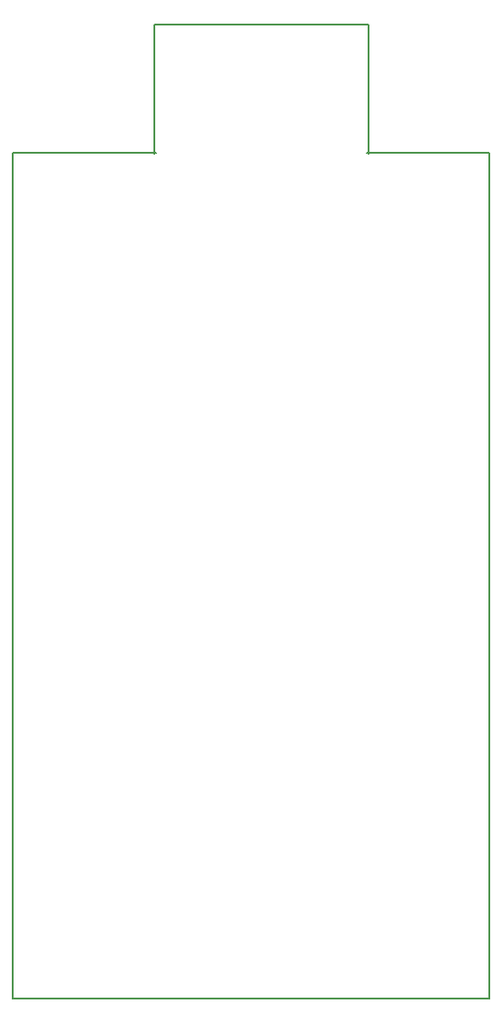
<source format=gm1>
%TF.GenerationSoftware,KiCad,Pcbnew,5.0.2+dfsg1-1*%
%TF.CreationDate,2021-12-28T09:45:32+01:00*%
%TF.ProjectId,GbSwitchFp,47625377-6974-4636-9846-702e6b696361,rev?*%
%TF.SameCoordinates,Original*%
%TF.FileFunction,Profile,NP*%
%FSLAX46Y46*%
G04 Gerber Fmt 4.6, Leading zero omitted, Abs format (unit mm)*
G04 Created by KiCad (PCBNEW 5.0.2+dfsg1-1) date Tue 28 Dec 2021 09:45:32 AM CET*
%MOMM*%
%LPD*%
G01*
G04 APERTURE LIST*
%ADD10C,0.150000*%
G04 APERTURE END LIST*
D10*
X120510000Y-63540000D02*
X120510000Y-51540000D01*
X107315000Y-63500000D02*
X120650000Y-63500000D01*
X107315000Y-142240000D02*
X107315000Y-63500000D01*
X151765000Y-142240000D02*
X107315000Y-142240000D01*
X151765000Y-63500000D02*
X151765000Y-142240000D01*
X140335000Y-63500000D02*
X151765000Y-63500000D01*
X140510000Y-51540000D02*
X140510000Y-63540000D01*
X120510000Y-51540000D02*
X140510000Y-51540000D01*
M02*

</source>
